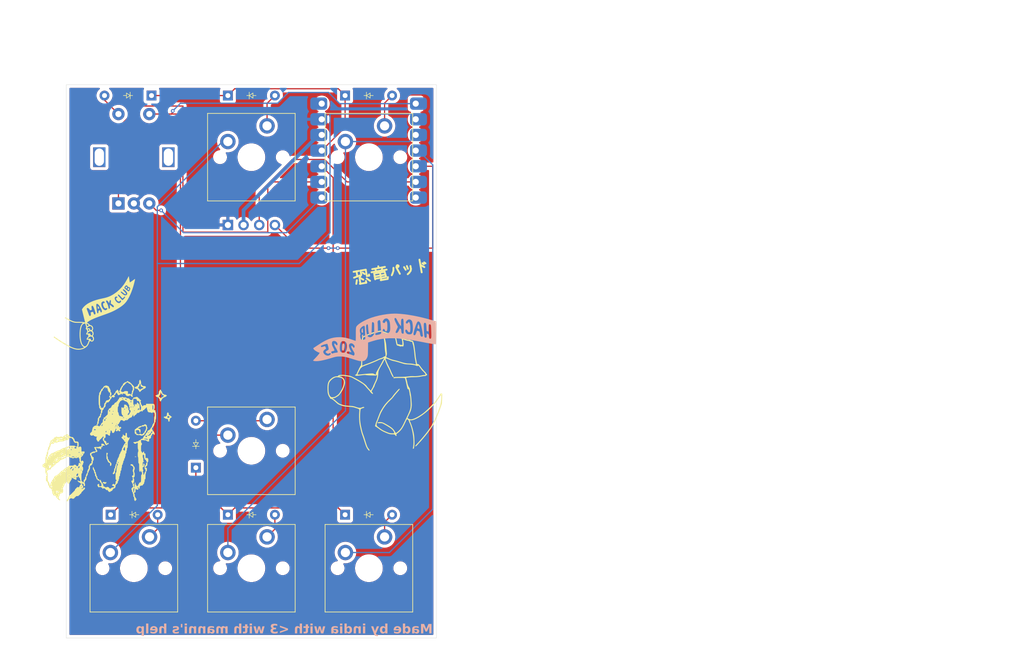
<source format=kicad_pcb>
(kicad_pcb (version 20241229) (generator "pcbnew") (generator_version "9.0")
  (layers (0 "F.Cu" signal) (2 "B.Cu" signal) (13 "F.Paste" user) (15 "B.Paste" user) (5 "F.SilkS" user "F.Silkscreen") (7 "B.SilkS" user "B.Silkscreen") (1 "F.Mask" user) (3 "B.Mask" user) (25 "Edge.Cuts" user))
  (net 0 "")
  (net 1 "GND")
  (net 2 "+3V3")
  (net 3 "/Row 1")
  (net 4 "Net-(D1-A)")
  (net 5 "/Row 0")
  (net 6 "Net-(D2-A)")
  (net 7 "Net-(D3-A)")
  (net 8 "Net-(D4-A)")
  (net 9 "/Column 0")
  (net 10 "/Column 1")
  (net 11 "Net-(D5-A)")
  (net 12 "Net-(D6-A)")
  (net 13 "/SDA")
  (net 14 "/SCL")
  (net 15 "/Column 2")
  (net 16 "/Rotr A")
  (net 17 "/Rotr B")
  (net 18 "+5V")
  (net 19 "Net-(D7-A)")
  (net 20 "/Column 3")
  (footprint "ScottoKeebs_MX:MX_PCB_1.00u" (layer "F.Cu") (at 76.2 57.15)
    (property "Reference" "SW2" (hide yes))
    (property "Value" "SW_Push_45deg" (hide yes))
    (pad "" np_thru_hole circle (at -5.08 0) (size 1.75 1.75) (drill 1.75) (layers "*.Cu" "*.Mask"))
    (pad "" np_thru_hole circle (at 0 0) (size 4 4) (drill 4) (layers "*.Cu" "*.Mask"))
    (pad "" np_thru_hole circle (at 5.08 0) (size 1.75 1.75) (drill 1.75) (layers "*.Cu" "*.Mask"))
    (pad "1" thru_hole circle (at -3.81 -2.54) (size 2.5 2.5) (drill 1.5) (layers "*.Cu" "*.Mask") (net 15 "/Column 2"))
    (pad "2" thru_hole circle (at 2.54 -5.08) (size 2.5 2.5) (drill 1.5) (layers "*.Cu" "*.Mask") (net 6 "Net-(D2-A)"))
  )
  (footprint "ScottoKeebs_MX:MX_PCB_1.00u" (layer "F.Cu") (at 57.15 57.15)
    (property "Reference" "SW1" (hide yes))
    (property "Value" "SW_Push_45deg" (hide yes))
    (pad "" np_thru_hole circle (at -5.08 0) (size 1.75 1.75) (drill 1.75) (layers "*.Cu" "*.Mask"))
    (pad "" np_thru_hole circle (at 0 0) (size 4 4) (drill 4) (layers "*.Cu" "*.Mask"))
    (pad "" np_thru_hole circle (at 5.08 0) (size 1.75 1.75) (drill 1.75) (layers "*.Cu" "*.Mask"))
    (pad "1" thru_hole circle (at -3.81 -2.54) (size 2.5 2.5) (drill 1.5) (layers "*.Cu" "*.Mask") (net 10 "/Column 1"))
    (pad "2" thru_hole circle (at 2.54 -5.08) (size 2.5 2.5) (drill 1.5) (layers "*.Cu" "*.Mask") (net 4 "Net-(D1-A)"))
  )
  (footprint "ScottoKeebs_MX:MX_PCB_1.00u" (layer "F.Cu") (at 38.1 123.825)
    (property "Reference" "SW4" (hide yes))
    (property "Value" "SW_Push_45deg")
    (pad "" np_thru_hole circle (at -5.08 0) (size 1.75 1.75) (drill 1.75) (layers "*.Cu" "*.Mask"))
    (pad "" np_thru_hole circle (at 0 0) (size 4 4) (drill 4) (layers "*.Cu" "*.Mask"))
    (pad "" np_thru_hole circle (at 5.08 0) (size 1.75 1.75) (drill 1.75) (layers "*.Cu" "*.Mask"))
    (pad "1" thru_hole circle (at -3.81 -2.54) (size 2.5 2.5) (drill 1.5) (layers "*.Cu" "*.Mask") (net 10 "/Column 1"))
    (pad "2" thru_hole circle (at 2.54 -5.08) (size 2.5 2.5) (drill 1.5) (layers "*.Cu" "*.Mask") (net 8 "Net-(D4-A)"))
  )
  (footprint "ScottoKeebs_Components:Diode_DO-35" (layer "F.Cu") (at 40.960001 47.15 180)
    (property "Reference" "D6" (hide yes))
    (property "Value" "D_Small" (hide yes))
    (pad "1" thru_hole rect (at 0 0 180) (size 1.6 1.6) (drill 0.8) (layers "*.Cu" "*.Mask") (net 5 "/Row 0"))
    (pad "2" thru_hole oval (at 7.62 0 180) (size 1.6 1.6) (drill 0.8) (layers "*.Cu" "*.Mask") (net 12 "Net-(D6-A)"))
  )
  (footprint "ScottoKeebs_Components:Diode_DO-35" (layer "F.Cu") (at 53.34 47.15)
    (property "Reference" "D1" (hide yes))
    (property "Value" "D_Small" (hide yes))
    (pad "1" thru_hole rect (at 0 0) (size 1.6 1.6) (drill 0.8) (layers "*.Cu" "*.Mask") (net 5 "/Row 0"))
    (pad "2" thru_hole oval (at 7.62 0) (size 1.6 1.6) (drill 0.8) (layers "*.Cu" "*.Mask") (net 4 "Net-(D1-A)"))
  )
  (footprint "ScottoKeebs_Components:Diode_DO-35" (layer "F.Cu") (at 72.34 115.15)
    (property "Reference" "D7" (hide yes))
    (property "Value" "D_Small" (hide yes))
    (pad "1" thru_hole rect (at 0 0) (size 1.6 1.6) (drill 0.8) (layers "*.Cu" "*.Mask") (net 3 "/Row 1"))
    (pad "2" thru_hole oval (at 7.62 0) (size 1.6 1.6) (drill 0.8) (layers "*.Cu" "*.Mask") (net 19 "Net-(D7-A)"))
  )
  (footprint "new:dinoboxy" (layer "F.Cu") (at 78.9 95.15)
    (property "Reference" "G***" (hide yes))
    (property "Value" "LOGO" (hide yes))
  )
  (footprint "new:flag" (layer "F.Cu") (at 32.4 82.15 60)
    (property "Reference" "G***" (hide yes))
    (property "Value" "LOGO" (hide yes))
  )
  (footprint "ScottoKeebs_Components:Diode_DO-35" (layer "F.Cu") (at 53.34 115.15)
    (property "Reference" "D5" (hide yes))
    (property "Value" "D_Small" (hide yes))
    (pad "1" thru_hole rect (at 0 0) (size 1.6 1.6) (drill 0.8) (layers "*.Cu" "*.Mask") (net 3 "/Row 1"))
    (pad "2" thru_hole oval (at 7.62 0) (size 1.6 1.6) (drill 0.8) (layers "*.Cu" "*.Mask") (net 11 "Net-(D5-A)"))
  )
  (footprint "ScottoKeebs_Components:Diode_DO-35" (layer "F.Cu") (at 72.34 47.15)
    (property "Reference" "D2" (hide yes))
    (property "Value" "D_Small" (hide yes))
    (pad "1" thru_hole rect (at 0 0) (size 1.6 1.6) (drill 0.8) (layers "*.Cu" "*.Mask") (net 5 "/Row 0"))
    (pad "2" thru_hole oval (at 7.62 0) (size 1.6 1.6) (drill 0.8) (layers "*.Cu" "*.Mask") (net 6 "Net-(D2-A)"))
  )
  (footprint "ScottoKeebs_Components:OLED_128x64" (layer "F.Cu") (at 57.15 68.15)
    (property "Reference" "J1" (hide yes))
    (property "Value" "OLED_128x64" (hide yes))
    (pad "1" thru_hole rect (at -3.81 0 90) (size 1.7 1.7) (drill 1) (layers "*.Cu" "*.Mask") (net 1 "GND"))
    (pad "2" thru_hole oval (at -1.27 0 90) (size 1.7 1.7) (drill 1) (layers "*.Cu" "*.Mask") (net 2 "+3V3"))
    (pad "3" thru_hole oval (at 1.27 0 90) (size 1.7 1.7) (drill 1) (layers "*.Cu" "*.Mask") (net 14 "/SCL"))
    (pad "4" thru_hole oval (at 3.81 0 90) (size 1.7 1.7) (drill 1) (layers "*.Cu" "*.Mask") (net 13 "/SDA"))
  )
  (footprint "ScottoKeebs_Components:Diode_DO-35" (layer "F.Cu") (at 48.15 107.52 90)
    (property "Reference" "D3" (hide yes))
    (property "Value" "D_Small" (hide yes))
    (pad "1" thru_hole rect (at 0 0 90) (size 1.6 1.6) (drill 0.8) (layers "*.Cu" "*.Mask") (net 3 "/Row 1"))
    (pad "2" thru_hole oval (at 7.62 0 90) (size 1.6 1.6) (drill 0.8) (layers "*.Cu" "*.Mask") (net 7 "Net-(D3-A)"))
  )
  (footprint "ScottoKeebs_MX:MX_PCB_1.00u" (layer "F.Cu") (at 57.15 123.825)
    (property "Reference" "SW5" (hide yes))
    (property "Value" "SW_Push_45deg")
    (pad "" np_thru_hole circle (at -5.08 0) (size 1.75 1.75) (drill 1.75) (layers "*.Cu" "*.Mask"))
    (pad "" np_thru_hole circle (at 0 0) (size 4 4) (drill 4) (layers "*.Cu" "*.Mask"))
    (pad "" np_thru_hole circle (at 5.08 0) (size 1.75 1.75) (drill 1.75) (layers "*.Cu" "*.Mask"))
    (pad "1" thru_hole circle (at -3.81 -2.54) (size 2.5 2.5) (drill 1.5) (layers "*.Cu" "*.Mask") (net 15 "/Column 2"))
    (pad "2" thru_hole circle (at 2.54 -5.08) (size 2.5 2.5) (drill 1.5) (layers "*.Cu" "*.Mask") (net 11 "Net-(D5-A)"))
  )
  (footprint "ScottoKeebs_Scotto:Encoder_EC11_MX" (layer "F.Cu") (at 38.1 57.15 90)
    (property "Reference" "SW6" (hide yes))
    (property "Value" "RotaryEncoder_Switch" (hide yes))
    (pad "A" thru_hole rect (at -7.499999 -2.499995 90) (size 2 2) (drill 1) (layers "*.Cu" "*.Mask") (net 16 "/Rotr A"))
    (pad "B" thru_hole circle (at -7.500001 2.5 90) (size 2 2) (drill 1) (layers "*.Cu" "*.Mask") (net 17 "/Rotr B"))
    (pad "C" thru_hole circle (at -7.499998 -0.000002 90) (size 2 2) (drill 1) (layers "*.Cu" "*.Mask") (net 1 "GND"))
    (pad "MP" thru_hole rect (at 0 -5.6 90) (size 3.2 2) (drill oval 2.8 1.5) (layers "*.Cu" "*.Mask"))
    (pad "MP" thru_hole rect (at 0 5.6 90) (size 3.2 2) (drill oval 2.8 1.5) (layers "*.Cu" "*.Mask"))
    (pad "S1" thru_hole circle (at 7.000001 2.499999 90) (size 2 2) (drill 1) (layers "*.Cu" "*.Mask") (net 9 "/Column 0"))
    (pad "S2" thru_hole circle (at 7.000001 -2.500001 90) (size 2 2) (drill 1) (layers "*.Cu" "*.Mask") (net 12 "Net-(D6-A)"))
  )
  (footprint "new:heide" (layer "F.Cu") (at 33.65 101.65)
    (property "Reference" "G***" (at 0 0 0) (layer "F.SilkS") (effects (font (size 1.5 1.5) (thickness 0.3))))
    (property "Value" "LOGO" (hide yes))
  )
  (footprint "ScottoKeebs_Components:Diode_DO-35" (layer "F.Cu") (at 34.34 115.15)
    (property "Reference" "D4" (hide yes))
    (property "Value" "D_Small" (hide yes))
    (pad "1" thru_hole rect (at 0 0) (size 1.6 1.6) (drill 0.8) (layers "*.Cu" "*.Mask") (net 3 "/Row 1"))
    (pad "2" thru_hole oval (at 7.62 0) (size 1.6 1.6) (drill 0.8) (layers "*.Cu" "*.Mask") (net 8 "Net-(D4-A)"))
  )
  (footprint "ScottoKeebs_MX:MX_PCB_1.00u" (layer "F.Cu") (at 76.2 123.825)
    (property "Reference" "SW7" (hide yes))
    (property "Value" "SW_Push_45deg")
    (pad "" np_thru_hole circle (at -5.08 0) (size 1.75 1.75) (drill 1.75) (layers "*.Cu" "*.Mask"))
    (pad "" np_thru_hole circle (at 0 0) (size 4 4) (drill 4) (layers "*.Cu" "*.Mask"))
    (pad "" np_thru_hole circle (at 5.08 0) (size 1.75 1.75) (drill 1.75) (layers "*.Cu" "*.Mask"))
    (pad "1" thru_hole circle (at -3.81 -2.54) (size 2.5 2.5) (drill 1.5) (layers "*.Cu" "*.Mask") (net 20 "/Column 3"))
    (pad "2" thru_hole circle (at 2.54 -5.08) (size 2.5 2.5) (drill 1.5) (layers "*.Cu" "*.Mask") (net 19 "Net-(D7-A)"))
  )
  (footprint "ScottoKeebs_MX:MX_PCB_1.00u" (layer "F.Cu") (at 57.15 104.775)
    (property "Reference" "SW3" (hide yes))
    (property "Value" "SW_Push_45deg" (hide yes))
    (pad "" np_thru_hole circle (at -5.08 0) (size 1.75 1.75) (drill 1.75) (layers "*.Cu" "*.Mask"))
    (pad "" np_thru_hole circle (at 0 0) (size 4 4) (drill 4) (layers "*.Cu" "*.Mask"))
    (pad "" np_thru_hole circle (at 5.08 0) (size 1.75 1.75) (drill 1.75) (layers "*.Cu" "*.Mask"))
    (pad "1" thru_hole circle (at -3.81 -2.54) (size 2.5 2.5) (drill 1.5) (layers "*.Cu" "*.Mask") (net 9 "/Column 0"))
    (pad "2" thru_hole circle (at 2.54 -5.08) (size 2.5 2.5) (drill 1.5) (layers "*.Cu" "*.Mask") (net 7 "Net-(D3-A)"))
  )
  (footprint "new:2025" (layer "B.Cu") (at 77.15 86.4 180)
    (property "Reference" "G***" (hide yes))
    (property "Value" "LOGO" (hide yes))
  )
  (footprint "ScottoKeebs_MCU:Seeed_XIAO_RP2040" (layer "B.Cu") (at 76.17 56.08 180)
    (property "Reference" "U1" (hide yes))
    (property "Value" "MCU_Seeed_XIAO_RP2040" (hide yes))
    (pad "1" smd roundrect (at -8.065 7.62 180) (size 2.75 2) (layers "B.Cu" "B.Mask" "B.Paste") (net 9 "/Column 0"))
    (pad "1" thru_hole rect (at -7.62 7.62 90) (size 1.6 1.6) (drill 1) (layers "*.Cu" "*.Mask") (net 9 "/Column 0"))
    (pad "2" smd roundrect (at -8.065 5.08 180) (size 2.75 2) (layers "B.Cu" "B.Mask" "B.Paste") (net 10 "/Column 1"))
    (pad "2" thru_hole circle (at -7.62 5.08 90) (size 1.6 1.6) (drill 1) (layers "*.Cu" "*.Mask") (net 10 "/Column 1"))
    (pad "3" smd roundrect (at -8.065 2.54 180) (size 2.75 2) (layers "B.Cu" "B.Mask" "B.Paste") (net 15 "/Column 2"))
    (pad "3" thru_hole circle (at -7.62 2.54 90) (size 1.6 1.6) (drill 1) (layers "*.Cu" "*.Mask") (net 15 "/Column 2"))
    (pad "4" smd roundrect (at -8.065 0 180) (size 2.75 2) (layers "B.Cu" "B.Mask" "B.Paste") (net 20 "/Column 3"))
    (pad "4" thru_hole circle (at -7.62 0 90) (size 1.6 1.6) (drill 1) (layers "*.Cu" "*.Mask") (net 20 "/Column 3"))
    (pad "5" smd roundrect (at -8.065 -2.54 180) (size 2.75 2) (layers "B.Cu" "B.Mask" "B.Paste") (net 13 "/SDA"))
    (pad "5" thru_hole circle (at -7.62 -2.54 90) (size 1.6 1.6) (drill 1) (layers "*.Cu" "*.Mask") (net 13 "/SDA"))
    (pad "6" smd roundrect (at -8.065 -5.08 180) (size 2.75 2) (layers "B.Cu" "B.Mask" "B.Paste") (net 14 "/SCL"))
    (pad "6" thru_hole circle (at -7.62 -5.08 90) (size 1.6 1.6) (drill 1) (layers "*.Cu" "*.Mask") (net 14 "/SCL"))
    (pad "7" smd roundrect (at -8.065 -7.62 180) (size 2.75 2) (layers "B.Cu" "B.Mask" "B.Paste"))
    (pad "7" thru_hole circle (at -7.62 -7.62 90) (size 1.6 1.6) (drill 1) (layers "*.Cu" "*.Mask"))
    (pad "8" thru_hole circle (at 7.62 -7.62 90) (size 1.6 1.6) (drill 1) (layers "*.Cu" "*.Mask") (net 17 "/Rotr B"))
    (pad "8" smd roundrect (at 8.1 -7.62 180) (size 2.75 2) (layers "B.Cu" "B.Mask" "B.Paste") (net 17 "/Rotr B"))
    (pad "9" thru_hole circle (at 7.62 -5.08 90) (size 1.6 1.6) (drill 1) (layers "*.Cu" "*.Mask") (net 16 "/Rotr A"))
    (pad "9" smd roundrect (at 8.1 -5.08 180) (size 2.75 2) (layers "B.Cu" "B.Mask" "B.Paste") (net 16 "/Rotr A"))
    (pad "10" thru_hole circle (at 7.62 -2.54 90) (size 1.6 1.6) (drill 1) (layers "*.Cu" "*.Mask") (net 3 "/Row 1"))
    (pad "10" smd roundrect (at 8.1 -2.54 180) (size 2.75 2) (layers "B.Cu" "B.Mask" "B.Paste") (net 3 "/Row 1"))
    (pad "11" thru_hole circle (at 7.62 0 90) (size 1.6 1.6) (drill 1) (layers "*.Cu" "*.Mask") (net 5 "/Row 0"))
    (pad "11" smd roundrect (at 8.1 0 180) (size 2.75 2) (layers "B.Cu" "B.Mask" "B.Paste") (net 5 "/Row 0"))
    (pad "12" thru_hole circle (at 7.62 2.54 90) (size 1.6 1.6) (drill 1) (layers "*.Cu" "*.Mask") (net 2 "+3V3"))
    (pad "12" smd roundrect (at 8.1 2.54 180) (size 2.75 2) (layers "B.Cu" "B.Mask" "B.Paste") (net 2 "+3V3"))
    (pad "13" thru_hole circle (at 7.62 5.08 90) (size 1.6 1.6) (drill 1) (layers "*.Cu" "*.Mask") (net 1 "GND"))
    (pad "13" smd roundrect (at 8.1 5.08 180) (size 2.75 2) (layers "B.Cu" "B.Mask" "B.Paste") (net 1 "GND"))
    (pad "14" thru_hole circle (at 7.62 7.62 90) (size 1.6 1.6) (drill 1) (layers "*.Cu" "*.Mask") (net 18 "+5V"))
    (pad "14" smd roundrect (at 8.1 7.62 180) (size 2.75 2) (layers "B.Cu" "B.Mask" "B.Paste") (net 18 "+5V"))
  )
  (gr_rect (start 27.15 45.4) (end 87.15 135.15) (stroke (width 0.05)) (fill no) (layer "Edge.Cuts"))
  (gr_text "恐竜パッド" (at 73.65 78.15 10) (layer "F.SilkS") (effects (font (size 2 2) (thickness 0.3) (bold yes)) (justify left bottom)))
  (gr_text "Made by india with <3 with manni's help" (at 38.4 134.65 -0) (layer "B.SilkS") (effects (font (size 1.5 1.5) (thickness 0.3) (bold yes)) (justify right bottom mirror)))
  (segment (start 55.88 65.73) (end 68.07 53.54) (width 0.6) (layer "B.Cu") (net 2))
  (segment (start 55.88 68.15) (end 55.88 65.73) (width 0.6) (layer "B.Cu") (net 2))
  (segment (start 71.239 114.049) (end 72.34 115.15) (width 0.2) (layer "F.Cu") (net 3))
  (segment (start 48.15 109.96) (end 53.34 115.15) (width 0.2) (layer "F.Cu") (net 3))
  (segment (start 48.15 107.52) (end 48.15 109.96) (width 0.2) (layer "F.Cu") (net 3))
  (segment (start 34.34 115.15) (end 35.441 114.049) (width 0.2) (layer "F.Cu") (net 3))
  (segment (start 35.441 114.049) (end 52.239 114.049) (width 0.2) (layer "F.Cu") (net 3))
  (segment (start 70.4 113.21) (end 70.4 60.47) (width 0.2) (layer "F.Cu") (net 3))
  (segment (start 70.4 60.47) (end 68.55 58.62) (width 0.2) (layer "F.Cu") (net 3))
  (segment (start 72.34 115.15) (end 70.4 113.21) (width 0.2) (layer "F.Cu") (net 3))
  (segment (start 54.441 114.049) (end 71.239 114.049) (width 0.2) (layer "F.Cu") (net 3))
  (segment (start 53.34 115.15) (end 54.441 114.049) (width 0.2) (layer "F.Cu") (net 3))
  (segment (start 52.239 114.049) (end 53.34 115.15) (width 0.2) (layer "F.Cu") (net 3))
  (segment (start 59.69 48.42) (end 60.96 47.15) (width 0.2) (layer "F.Cu") (net 4))
  (segment (start 59.69 52.07) (end 59.69 48.42) (width 0.2) (layer "F.Cu") (net 4))
  (segment (start 54.441 46.049) (end 53.34 47.15) (width 0.2) (layer "F.Cu") (net 5))
  (segment (start 53.34 47.15) (end 40.960001 47.15) (width 0.2) (layer "F.Cu") (net 5))
  (segment (start 72.34 47.15) (end 72.34 52.29) (width 0.2) (layer "F.Cu") (net 5))
  (segment (start 71.239 46.049) (end 54.441 46.049) (width 0.2) (layer "F.Cu") (net 5))
  (segment (start 72.34 47.15) (end 71.239 46.049) (width 0.2) (layer "F.Cu") (net 5))
  (segment (start 72.34 52.29) (end 68.55 56.08) (width 0.2) (layer "F.Cu") (net 5))
  (segment (start 78.74 48.37) (end 79.96 47.15) (width 0.2) (layer "F.Cu") (net 6))
  (segment (start 78.74 52.07) (end 78.74 48.37) (width 0.2) (layer "F.Cu") (net 6))
  (segment (start 48.15 99.9) (end 59.485 99.9) (width 0.2) (layer "F.Cu") (net 7))
  (segment (start 59.485 99.9) (end 59.69 99.695) (width 0.2) (layer "F.Cu") (net 7))
  (segment (start 41.96 117.425) (end 41.96 115.15) (width 0.2) (layer "F.Cu") (net 8))
  (segment (start 40.64 118.745) (end 41.96 117.425) (width 0.2) (layer "F.Cu") (net 8))
  (segment (start 45.65 50.149999) (end 45.65 102.235) (width 0.2) (layer "F.Cu") (net 9))
  (segment (start 40.599999 50.149999) (end 44.15 50.149999) (width 0.2) (layer "F.Cu") (net 9))
  (segment (start 44.4 49.899999) (end 44.4 49.65) (width 0.2) (layer "F.Cu") (net 9))
  (segment (start 44.15 50.149999) (end 44.4 49.899999) (width 0.2) (layer "F.Cu") (net 9))
  (segment (start 45.65 102.235) (end 53.34 102.235) (width 0.2) (layer "F.Cu") (net 9))
  (segment (start 44.15 50.149999) (end 45.65 50.149999) (width 0.2) (layer "F.Cu") (net 9))
  (via (at 44.4 49.65) (size 0.6) (drill 0.3) (layers "F.Cu" "B.Cu") (net 9))
  (segment (start 44.4 49.65) (end 45.65 48.4) (width 0.2) (layer "B.Cu") (net 9))
  (segment (start 45.65 48.4) (end 61.4 48.4) (width 0.2) (layer "B.Cu") (net 9))
  (segment (start 63.15 46.65) (end 69.644 46.65) (width 0.2) (layer "B.Cu") (net 9))
  (segment (start 69.644 46.65) (end 71.454 48.46) (width 0.2) (layer "B.Cu") (net 9))
  (segment (start 61.4 48.4) (end 63.15 46.65) (width 0.2) (layer "B.Cu") (net 9))
  (segment (start 71.454 48.46) (end 84.235 48.46) (width 0.2) (layer "B.Cu") (net 9))
  (segment (start 64.9 74.4) (end 69.894 69.406) (width 0.2) (layer "B.Cu") (net 10))
  (segment (start 69.894 69.406) (end 69.894 50.15) (width 0.2) (layer "B.Cu") (net 10))
  (segment (start 41.9 74.4) (end 64.9 74.4) (width 0.2) (layer "B.Cu") (net 10))
  (segment (start 41.50395 114.049) (end 40.859 114.69395) (width 0.2) (layer "B.Cu") (net 10))
  (segment (start 52.479893 54.61) (end 41.9 65.189893) (width 0.2) (layer "B.Cu") (net 10))
  (segment (start 83.385 50.15) (end 84.235 51) (width 0.2) (layer "B.Cu") (net 10))
  (segment (start 53.34 54.61) (end 52.479893 54.61) (width 0.2) (layer "B.Cu") (net 10))
  (segment (start 40.859 114.69395) (end 40.859 114.716) (width 0.2) (layer "B.Cu") (net 10))
  (segment (start 41.9 65.189893) (end 41.9 74.4) (width 0.2) (layer "B.Cu") (net 10))
  (segment (start 41.9 113.675) (end 41.526 114.049) (width 0.2) (layer "B.Cu") (net 10))
  (segment (start 40.859 114.716) (end 34.29 121.285) (width 0.2) (layer "B.Cu") (net 10))
  (segment (start 41.9 74.4) (end 41.9 113.675) (width 0.2) (layer "B.Cu") (net 10))
  (segment (start 41.526 114.049) (end 41.50395 114.049) (width 0.2) (layer "B.Cu") (net 10))
  (segment (start 69.894 50.15) (end 83.385 50.15) (width 0.2) (layer "B.Cu") (net 10))
  (segment (start 59.69 118.745) (end 60.96 117.475) (width 0.2) (layer "F.Cu") (net 11))
  (segment (start 60.96 117.475) (end 60.96 115.15) (width 0.2) (layer "F.Cu") (net 11))
  (segment (start 33.340001 47.890001) (end 33.340001 47.15) (width 0.2) (layer "F.Cu") (net 12))
  (segment (start 35.599999 50.149999) (end 33.340001 47.890001) (width 0.2) (layer "F.Cu") (net 12))
  (segment (start 35.6 50.15) (end 35.65 50.15) (width 0.2) (layer "B.Cu") (net 12))
  (segment (start 35.599999 50.149999) (end 35.6 50.15) (width 0.2) (layer "B.Cu") (net 12))
  (segment (start 86.549 71.9) (end 86.549 58.62) (width 0.2) (layer "F.Cu") (net 13))
  (segment (start 64.71 71.9) (end 69.65 71.9) (width 0.2) (layer "F.Cu") (net 13))
  (segment (start 60.96 68.15) (end 64.71 71.9) (width 0.2) (layer "F.Cu") (net 13))
  (segment (start 71.15 71.9) (end 86.549 71.9) (width 0.2) (layer "F.Cu") (net 13))
  (segment (start 86.549 58.62) (end 83.79 58.62) (width 0.2) (layer "F.Cu") (net 13))
  (via (at 71.15 71.9) (size 0.6) (drill 0.3) (layers "F.Cu" "B.Cu") (net 13))
  (via (at 69.65 71.9) (size 0.6) (drill 0.3) (layers "F.Cu" "B.Cu") (net 13))
  (segment (start 69.65 71.9) (end 71.15 71.9) (width 0.2) (layer "B.Cu") (net 13))
  (segment (start 58.42 68.15) (end 58.42 62.88) (width 0.2) (layer "F.Cu") (net 14))
  (segment (start 72.66 61.16) (end 83.79 61.16) (width 0.2) (layer "F.Cu") (net 14))
  (segment (start 58.42 62.88) (end 63.781 57.519) (width 0.2) (layer "F.Cu") (net 14))
  (segment (start 63.781 57.519) (end 69.019 57.519) (width 0.2) (layer "F.Cu") (net 14))
  (segment (start 69.019 57.519) (end 72.66 61.16) (width 0.2) (layer "F.Cu") (net 14))
  (segment (start 53.34 117.352) (end 53.34 121.285) (width 0.2) (layer "B.Cu") (net 15))
  (segment (start 72.39 54.61) (end 72.4 54.62) (width 0.2) (layer "B.Cu") (net 15))
  (segment (start 82.72 54.61) (end 83.79 53.54) (width 0.2) (layer "B.Cu") (net 15))
  (segment (start 72.4 54.62) (end 72.4 98.292) (width 0.2) (layer "B.Cu") (net 15))
  (segment (start 72.39 54.61) (end 82.72 54.61) (width 0.2) (layer "B.Cu") (net 15))
  (segment (start 72.4 98.292) (end 53.34 117.352) (width 0.2) (layer "B.Cu") (net 15))
  (segment (start 59.809 69.241) (end 59.809 62.0581) (width 0.2) (layer "F.Cu") (net 16))
  (segment (start 46.051 69.301) (end 59.749 69.301) (width 0.2) (layer "F.Cu") (net 16))
  (segment (start 35.600005 64.649999) (end 35.600005 52.291457) (width 0.2) (layer "F.Cu") (net 16))
  (segment (start 59.749 69.301) (end 59.809 69.241) (width 0.2) (layer "F.Cu") (net 16))
  (segment (start 39.042463 48.848999) (end 46.051 48.848999) (width 0.2) (layer "F.Cu") (net 16))
  (segment (start 59.809 62.0581) (end 60.7071 61.16) (width 0.2) (layer "F.Cu") (net 16))
  (segment (start 60.7071 61.16) (end 68.55 61.16) (width 0.2) (layer "F.Cu") (net 16))
  (segment (start 46.051 48.848999) (end 46.051 69.301) (width 0.2) (layer "F.Cu") (net 16))
  (segment (start 35.600005 52.291457) (end 39.042463 48.848999) (width 0.2) (layer "F.Cu") (net 16))
  (segment (start 40.6 64.650001) (end 41.724998 65.775) (width 0.2) (layer "F.Cu") (net 17))
  (segment (start 41.724998 65.775) (end 42.525 65.775) (width 0.2) (layer "F.Cu") (net 17))
  (via (at 42.525 65.775) (size 0.6) (drill 0.3) (layers "F.Cu" "B.Cu") (net 17))
  (segment (start 68.55 63.7) (end 62.85 69.4) (width 0.2) (layer "B.Cu") (net 17))
  (segment (start 46.15 69.4) (end 42.525 65.775) (width 0.2) (layer "B.Cu") (net 17))
  (segment (start 62.85 69.4) (end 46.15 69.4) (width 0.2) (layer "B.Cu") (net 17))
  (segment (start 42.4 65.65) (end 42.525 65.775) (width 0.2) (layer "B.Cu") (net 17))
  (segment (start 78.74 118.745) (end 78.74 116.37) (width 0.2) (layer "F.Cu") (net 19))
  (segment (start 78.055 118.745) (end 78.74 118.745) (width 0.2) (layer "F.Cu") (net 19))
  (segment (start 78.055 118.745) (end 77.9 118.9) (width 0.2) (layer "F.Cu") (net 19))
  (segment (start 78.74 116.37) (end 79.96 115.15) (width 0.2) (layer "F.Cu") (net 19))
  (segment (start 86.549 114.251) (end 86.549 58.394) (width 0.2) (layer "B.Cu") (net 20))
  (segment (start 72.39 121.285) (end 79.515 121.285) (width 0.2) (layer "B.Cu") (net 20))
  (segment (start 79.515 121.285) (end 86.549 114.251) (width 0.2) (layer "B.Cu") (net 20))
  (segment (start 86.549 58.394) (end 84.235 56.08) (width 0.2) (layer "B.Cu") (net 20))
  (zone (net 1) (net_name "GND") (layers "F.Cu" "B.Cu") (connect_pads (clearance 0.5)) (min_thickness 0.25) (fill yes (thermal_gap 0.5) (thermal_bridge_width 0.5) (island_removal_mode 1) (island_area_min 10))
    (polygon (pts (xy 22.15 31.9) (xy 182.4 31.65) (xy 90.65 139.9) (xy 16.4 135.15)))
  )
)
</source>
